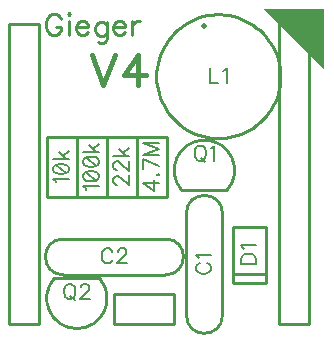
<source format=gbr>
G04 DipTrace 2.4.0.2*
%INTopSilk.gbr*%
%MOIN*%
%ADD10C,0.0098*%
%ADD21C,0.0197*%
%ADD50C,0.0077*%
%ADD51C,0.0108*%
%ADD52C,0.0154*%
%FSLAX44Y44*%
G04*
G70*
G90*
G75*
G01*
%LNTopSilk*%
%LPD*%
X9940Y4440D2*
D10*
Y5440D1*
X7940Y4440D2*
X9940D1*
X7940D2*
Y5440D1*
X9940D1*
X11540Y4738D2*
Y8142D1*
X10340Y4738D2*
Y8142D1*
X11540D2*
G03X10340Y8142I-600J-2D01*
G01*
Y4738D2*
G03X11540Y4738I600J2D01*
G01*
X12991Y5819D2*
X11889D1*
Y5839D2*
Y7691D1*
X12991Y6117D2*
X11889D1*
X12991Y7691D2*
X11889D1*
X12991Y5839D2*
Y7691D1*
X9335Y12706D2*
X9340Y12850D1*
X9355Y12993D1*
X9380Y13135D1*
X9415Y13275D1*
X9459Y13412D1*
X9513Y13546D1*
X9576Y13675D1*
X9649Y13800D1*
X9729Y13920D1*
X9818Y14033D1*
X9915Y14140D1*
X10018Y14240D1*
X10129Y14333D1*
X10246Y14418D1*
X10368Y14494D1*
X10495Y14562D1*
X10627Y14620D1*
X10763Y14670D1*
X10901Y14709D1*
X11042Y14739D1*
X11185Y14759D1*
X11329Y14769D1*
X11473D1*
X11617Y14759D1*
X11760Y14739D1*
X11901Y14709D1*
X12040Y14670D1*
X12175Y14620D1*
X12307Y14562D1*
X12434Y14494D1*
X12557Y14418D1*
X12673Y14333D1*
X12784Y14240D1*
X12888Y14140D1*
X12984Y14033D1*
X13073Y13920D1*
X13154Y13800D1*
X13226Y13675D1*
X13289Y13546D1*
X13343Y13412D1*
X13388Y13275D1*
X13422Y13135D1*
X13447Y12993D1*
X13463Y12850D1*
X13468Y12706D1*
X13463Y12562D1*
X13447Y12418D1*
X13422Y12276D1*
X13388Y12137D1*
X13343Y11999D1*
X13289Y11866D1*
X13226Y11736D1*
X13154Y11611D1*
X13073Y11492D1*
X12984Y11378D1*
X12888Y11271D1*
X12784Y11171D1*
X12673Y11079D1*
X12557Y10994D1*
X12434Y10917D1*
X12307Y10850D1*
X12175Y10791D1*
X12040Y10742D1*
X11901Y10702D1*
X11760Y10672D1*
X11617Y10652D1*
X11473Y10642D1*
X11329D1*
X11185Y10652D1*
X11042Y10672D1*
X10901Y10702D1*
X10763Y10742D1*
X10627Y10791D1*
X10495Y10850D1*
X10368Y10917D1*
X10246Y10994D1*
X10129Y11079D1*
X10018Y11171D1*
X9915Y11271D1*
X9818Y11378D1*
X9729Y11492D1*
X9649Y11611D1*
X9576Y11736D1*
X9513Y11866D1*
X9459Y11999D1*
X9415Y12137D1*
X9380Y12276D1*
X9355Y12418D1*
X9340Y12562D1*
X9335Y12706D1*
D21*
X10911Y14379D3*
X10184Y8909D2*
D10*
G02X11696Y8909I756J666D01*
G01*
X10184D1*
X9690Y10688D2*
Y8692D1*
X8690D2*
X9690D1*
X8690Y10688D2*
Y8692D1*
Y10688D2*
X9690D1*
X9642Y7290D2*
X6238D1*
X9642Y6090D2*
X6238D1*
Y7290D2*
G03X6238Y6090I2J-600D01*
G01*
X9642D2*
G03X9642Y7290I-2J600D01*
G01*
X7446Y5971D2*
G02X5934Y5971I-756J-666D01*
G01*
X7446D1*
X8690Y10688D2*
Y8692D1*
X7690D2*
X8690D1*
X7690Y10688D2*
Y8692D1*
Y10688D2*
X8690D1*
X6690Y8692D2*
Y10688D1*
X7690D2*
X6690D1*
X7690Y8692D2*
Y10688D1*
Y8692D2*
X6690D1*
X5690D2*
Y10688D1*
X6690D2*
X5690D1*
X6690Y8692D2*
Y10688D1*
Y8692D2*
X5690D1*
X4440Y4440D2*
X5440D1*
X4440Y14440D2*
Y4440D1*
Y14440D2*
X5440D1*
Y13690D1*
Y4440D1*
X14440Y14440D2*
X13440D1*
X14440Y4440D2*
Y14440D1*
Y4440D2*
X13440D1*
Y5190D1*
Y14440D1*
G36*
X12940Y14940D2*
X14940Y12940D1*
Y14940D1*
X12940D1*
G37*
X10778Y6482D2*
D50*
X10731Y6458D1*
X10682Y6410D1*
X10659Y6363D1*
Y6267D1*
X10682Y6219D1*
X10731Y6172D1*
X10778Y6147D1*
X10850Y6123D1*
X10970D1*
X11041Y6147D1*
X11089Y6172D1*
X11137Y6219D1*
X11161Y6267D1*
Y6363D1*
X11137Y6410D1*
X11089Y6458D1*
X11041Y6482D1*
X10755Y6637D2*
X10731Y6685D1*
X10659Y6757D1*
X11161D1*
X12159Y6460D2*
X12661D1*
Y6628D1*
X12637Y6699D1*
X12589Y6748D1*
X12541Y6771D1*
X12470Y6795D1*
X12350D1*
X12278Y6771D1*
X12231Y6748D1*
X12182Y6699D1*
X12159Y6628D1*
Y6460D1*
X12255Y6949D2*
X12231Y6998D1*
X12159Y7069D1*
X12661D1*
X11121Y12987D2*
Y12485D1*
X11407D1*
X11562Y12891D2*
X11610Y12915D1*
X11682Y12987D1*
Y12485D1*
X10755Y10401D2*
X10707Y10378D1*
X10659Y10330D1*
X10636Y10282D1*
X10611Y10210D1*
Y10091D1*
X10636Y10019D1*
X10659Y9971D1*
X10707Y9923D1*
X10755Y9900D1*
X10851D1*
X10899Y9923D1*
X10946Y9971D1*
X10970Y10019D1*
X10994Y10091D1*
Y10210D1*
X10970Y10282D1*
X10946Y10330D1*
X10899Y10378D1*
X10851Y10401D1*
X10755D1*
X10827Y9995D2*
X10970Y9852D1*
X11149Y10305D2*
X11197Y10330D1*
X11269Y10401D1*
Y9899D1*
X9411Y9136D2*
X8909D1*
X9244Y8896D1*
Y9255D1*
X9363Y9433D2*
X9387Y9409D1*
X9411Y9433D1*
X9387Y9457D1*
X9363Y9433D1*
X9411Y9708D2*
X8909Y9947D1*
Y9612D1*
X9411Y10484D2*
X8909D1*
X9411Y10292D1*
X8909Y10101D1*
X9411D1*
X7875Y6852D2*
X7851Y6899D1*
X7803Y6948D1*
X7755Y6971D1*
X7660D1*
X7612Y6948D1*
X7564Y6899D1*
X7540Y6852D1*
X7516Y6780D1*
Y6660D1*
X7540Y6589D1*
X7564Y6541D1*
X7612Y6493D1*
X7660Y6469D1*
X7755D1*
X7803Y6493D1*
X7851Y6541D1*
X7875Y6589D1*
X8053Y6851D2*
Y6875D1*
X8077Y6923D1*
X8101Y6947D1*
X8149Y6971D1*
X8245D1*
X8292Y6947D1*
X8316Y6923D1*
X8340Y6875D1*
Y6828D1*
X8316Y6780D1*
X8268Y6708D1*
X8029Y6469D1*
X8364D1*
X6398Y5791D2*
X6350Y5768D1*
X6302Y5720D1*
X6278Y5672D1*
X6254Y5600D1*
Y5481D1*
X6278Y5409D1*
X6302Y5361D1*
X6350Y5313D1*
X6398Y5289D1*
X6493D1*
X6541Y5313D1*
X6589Y5361D1*
X6613Y5409D1*
X6637Y5481D1*
Y5600D1*
X6613Y5672D1*
X6589Y5720D1*
X6541Y5768D1*
X6493Y5791D1*
X6398D1*
X6469Y5385D2*
X6613Y5241D1*
X6816Y5671D2*
Y5695D1*
X6839Y5743D1*
X6863Y5767D1*
X6911Y5791D1*
X7007D1*
X7054Y5767D1*
X7078Y5743D1*
X7102Y5695D1*
Y5647D1*
X7078Y5599D1*
X7031Y5528D1*
X6791Y5289D1*
X7126D1*
X8029Y9093D2*
X8005D1*
X7957Y9117D1*
X7933Y9141D1*
X7909Y9189D1*
Y9285D1*
X7933Y9332D1*
X7957Y9356D1*
X8005Y9380D1*
X8052D1*
X8100Y9356D1*
X8172Y9308D1*
X8411Y9069D1*
Y9404D1*
X8029Y9583D2*
X8005D1*
X7957Y9607D1*
X7933Y9630D1*
X7909Y9678D1*
Y9774D1*
X7933Y9822D1*
X7957Y9845D1*
X8005Y9870D1*
X8052D1*
X8100Y9845D1*
X8172Y9798D1*
X8411Y9558D1*
Y9893D1*
X7909Y10048D2*
X8411D1*
X8076Y10287D2*
X8315Y10048D1*
X8220Y10143D2*
X8411Y10311D1*
X7005Y8932D2*
X6981Y8980D1*
X6909Y9052D1*
X7411D1*
X6909Y9350D2*
X6933Y9278D1*
X7005Y9230D1*
X7124Y9206D1*
X7196D1*
X7315Y9230D1*
X7387Y9278D1*
X7411Y9350D1*
Y9398D1*
X7387Y9469D1*
X7315Y9517D1*
X7196Y9541D1*
X7124D1*
X7005Y9517D1*
X6933Y9469D1*
X6909Y9398D1*
Y9350D1*
X7005Y9517D2*
X7315Y9230D1*
X6909Y9839D2*
X6933Y9767D1*
X7005Y9719D1*
X7124Y9696D1*
X7196D1*
X7315Y9719D1*
X7387Y9767D1*
X7411Y9839D1*
Y9887D1*
X7387Y9959D1*
X7315Y10006D1*
X7196Y10031D1*
X7124D1*
X7005Y10006D1*
X6933Y9959D1*
X6909Y9887D1*
Y9839D1*
X7005Y10006D2*
X7315Y9719D1*
X6909Y10185D2*
X7411D1*
X7076Y10424D2*
X7315Y10185D1*
X7220Y10281D2*
X7411Y10448D1*
X6005Y9177D2*
X5981Y9225D1*
X5909Y9297D1*
X6411D1*
X5909Y9595D2*
X5933Y9523D1*
X6005Y9475D1*
X6124Y9451D1*
X6196D1*
X6315Y9475D1*
X6387Y9523D1*
X6411Y9595D1*
Y9642D1*
X6387Y9714D1*
X6315Y9762D1*
X6196Y9786D1*
X6124D1*
X6005Y9762D1*
X5933Y9714D1*
X5909Y9642D1*
Y9595D1*
X6005Y9762D2*
X6315Y9475D1*
X5909Y9940D2*
X6411D1*
X6076Y10180D2*
X6315Y9940D1*
X6220Y10036D2*
X6411Y10203D1*
X6169Y14613D2*
D51*
X6136Y14679D1*
X6068Y14746D1*
X6002Y14780D1*
X5868D1*
X5801Y14746D1*
X5734Y14679D1*
X5700Y14613D1*
X5667Y14512D1*
Y14344D1*
X5700Y14244D1*
X5734Y14177D1*
X5801Y14110D1*
X5868Y14076D1*
X6002D1*
X6068Y14110D1*
X6136Y14177D1*
X6169Y14244D1*
Y14344D1*
X6002D1*
X6385Y14780D2*
X6418Y14746D1*
X6452Y14780D1*
X6418Y14814D1*
X6385Y14780D1*
X6418Y14545D2*
Y14076D1*
X6669Y14344D2*
X7070D1*
Y14411D1*
X7037Y14479D1*
X7004Y14512D1*
X6936Y14545D1*
X6836D1*
X6769Y14512D1*
X6702Y14445D1*
X6669Y14344D1*
Y14278D1*
X6702Y14177D1*
X6769Y14110D1*
X6836Y14076D1*
X6936D1*
X7004Y14110D1*
X7070Y14177D1*
X7688Y14512D2*
Y13976D1*
X7655Y13876D1*
X7621Y13842D1*
X7554Y13809D1*
X7454D1*
X7387Y13842D1*
X7688Y14411D2*
X7621Y14478D1*
X7554Y14512D1*
X7454D1*
X7387Y14478D1*
X7320Y14411D1*
X7286Y14311D1*
Y14244D1*
X7320Y14144D1*
X7387Y14076D1*
X7454Y14043D1*
X7554D1*
X7621Y14076D1*
X7688Y14144D1*
X7904Y14344D2*
X8306D1*
Y14411D1*
X8272Y14479D1*
X8239Y14512D1*
X8172Y14545D1*
X8071D1*
X8005Y14512D1*
X7937Y14445D1*
X7904Y14344D1*
Y14278D1*
X7937Y14177D1*
X8005Y14110D1*
X8071Y14076D1*
X8172D1*
X8239Y14110D1*
X8306Y14177D1*
X8522Y14545D2*
Y14076D1*
Y14344D2*
X8556Y14445D1*
X8622Y14512D1*
X8690Y14545D1*
X8790D1*
X7190Y13428D2*
D52*
X7572Y12423D1*
X7955Y13428D1*
X8742Y12423D2*
Y13427D1*
X8264Y12758D1*
X8981D1*
M02*

</source>
